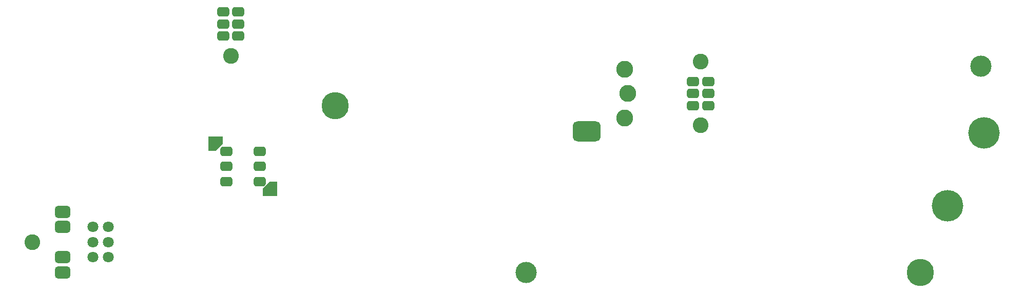
<source format=gbs>
G04 #@! TF.GenerationSoftware,KiCad,Pcbnew,(6.0.10)*
G04 #@! TF.CreationDate,2024-06-10T21:48:35+09:00*
G04 #@! TF.ProjectId,icb33h_pwb_rev2,69636233-3368-45f7-9077-625f72657632,rev?*
G04 #@! TF.SameCoordinates,Original*
G04 #@! TF.FileFunction,Soldermask,Bot*
G04 #@! TF.FilePolarity,Negative*
%FSLAX46Y46*%
G04 Gerber Fmt 4.6, Leading zero omitted, Abs format (unit mm)*
G04 Created by KiCad (PCBNEW (6.0.10)) date 2024-06-10 21:48:35*
%MOMM*%
%LPD*%
G01*
G04 APERTURE LIST*
G04 Aperture macros list*
%AMRoundRect*
0 Rectangle with rounded corners*
0 $1 Rounding radius*
0 $2 $3 $4 $5 $6 $7 $8 $9 X,Y pos of 4 corners*
0 Add a 4 corners polygon primitive as box body*
4,1,4,$2,$3,$4,$5,$6,$7,$8,$9,$2,$3,0*
0 Add four circle primitives for the rounded corners*
1,1,$1+$1,$2,$3*
1,1,$1+$1,$4,$5*
1,1,$1+$1,$6,$7*
1,1,$1+$1,$8,$9*
0 Add four rect primitives between the rounded corners*
20,1,$1+$1,$2,$3,$4,$5,0*
20,1,$1+$1,$4,$5,$6,$7,0*
20,1,$1+$1,$6,$7,$8,$9,0*
20,1,$1+$1,$8,$9,$2,$3,0*%
%AMFreePoly0*
4,1,19,0.058779,1.180902,0.070711,1.170711,1.170711,0.070711,1.198769,0.015643,1.200000,0.000000,1.200000,-1.100000,1.180902,-1.158779,1.130902,-1.195106,1.100000,-1.200000,-1.100000,-1.200000,-1.158779,-1.180902,-1.195106,-1.130902,-1.200000,-1.100000,-1.200000,1.100000,-1.180902,1.158779,-1.130902,1.195106,-1.100000,1.200000,0.000000,1.200000,0.058779,1.180902,0.058779,1.180902,
$1*%
%AMFreePoly1*
4,1,19,1.158779,1.180902,1.195106,1.130902,1.200000,1.100000,1.200000,-1.100000,1.180902,-1.158779,1.130902,-1.195106,1.100000,-1.200000,0.000000,-1.200000,-0.058779,-1.180902,-0.070711,-1.170711,-1.170711,-0.070711,-1.198769,-0.015643,-1.200000,0.000000,-1.200000,1.100000,-1.180902,1.158779,-1.130902,1.195106,-1.100000,1.200000,1.100000,1.200000,1.158779,1.180902,1.158779,1.180902,
$1*%
G04 Aperture macros list end*
%ADD10C,4.500000*%
%ADD11C,2.800000*%
%ADD12RoundRect,0.900000X-1.400000X0.800000X-1.400000X-0.800000X1.400000X-0.800000X1.400000X0.800000X0*%
%ADD13RoundRect,0.450000X0.550000X-0.350000X0.550000X0.350000X-0.550000X0.350000X-0.550000X-0.350000X0*%
%ADD14C,2.600000*%
%ADD15C,3.500000*%
%ADD16RoundRect,0.450000X-0.550000X0.350000X-0.550000X-0.350000X0.550000X-0.350000X0.550000X0.350000X0*%
%ADD17FreePoly0,270.000000*%
%ADD18FreePoly1,270.000000*%
%ADD19C,1.800000*%
%ADD20RoundRect,0.550000X-0.750000X0.450000X-0.750000X-0.450000X0.750000X-0.450000X0.750000X0.450000X0*%
%ADD21C,5.200000*%
G04 APERTURE END LIST*
D10*
X105500000Y-76000000D03*
X202000000Y-103500000D03*
D11*
X153200000Y-70000000D03*
X153700000Y-74000000D03*
X153200000Y-78000000D03*
D12*
X146950000Y-80250000D03*
D13*
X87000000Y-64500000D03*
X87000000Y-62500000D03*
X87000000Y-60500000D03*
X89500000Y-64500000D03*
X89500000Y-62500000D03*
X89500000Y-60500000D03*
D14*
X88250000Y-67750000D03*
D15*
X212000000Y-69500000D03*
D16*
X87500000Y-83500000D03*
X87500000Y-86000000D03*
X87500000Y-88500000D03*
X93000000Y-83500000D03*
X93000000Y-86000000D03*
X93000000Y-88500000D03*
D17*
X85750000Y-82250000D03*
D18*
X94750000Y-89750000D03*
D15*
X137000000Y-103500000D03*
D16*
X167000000Y-72000000D03*
X167000000Y-74000000D03*
X167000000Y-76000000D03*
X164500000Y-72000000D03*
X164500000Y-74000000D03*
X164500000Y-76000000D03*
D14*
X165750000Y-68750000D03*
X165750000Y-79250000D03*
D19*
X65500000Y-96000000D03*
X65500000Y-98500000D03*
X65500000Y-101000000D03*
X68000000Y-96000000D03*
X68000000Y-98500000D03*
X68000000Y-101000000D03*
D20*
X60500000Y-93500000D03*
X60500000Y-96000000D03*
X60500000Y-101000000D03*
X60500000Y-103500000D03*
D14*
X55500000Y-98500000D03*
D21*
X206500000Y-92500000D03*
X212500000Y-80500000D03*
M02*

</source>
